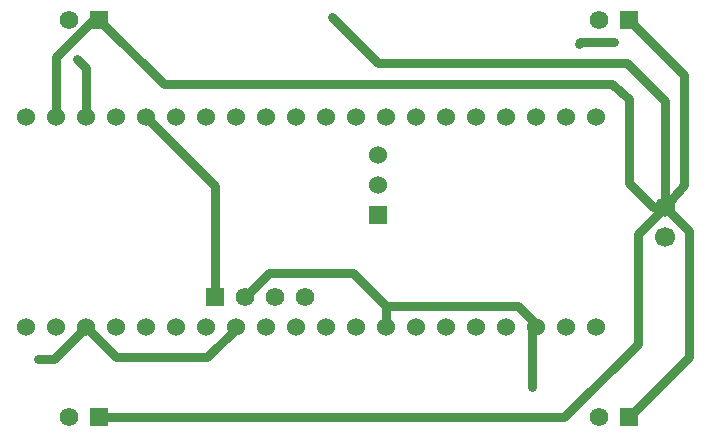
<source format=gbl>
G04 Layer: BottomLayer*
G04 EasyEDA v6.5.34, 2023-08-13 08:00:09*
G04 3ef975804e8146baa9bbefacfd0b45dc,794d3a8cdbfe417db23b3599569a6dff,10*
G04 Gerber Generator version 0.2*
G04 Scale: 100 percent, Rotated: No, Reflected: No *
G04 Dimensions in millimeters *
G04 leading zeros omitted , absolute positions ,4 integer and 5 decimal *
%FSLAX45Y45*%
%MOMM*%

%ADD10C,0.8000*%
%ADD11C,1.5240*%
%ADD12R,1.5240X1.5240*%
%ADD13C,1.7000*%
%ADD14R,1.5748X1.5748*%
%ADD15C,1.5748*%
%ADD16C,0.6200*%

%LPD*%
D10*
X4553204Y-3422395D02*
G01*
X4553204Y-2952495D01*
X4584700Y-2921000D01*
X4948504Y-520700D02*
G01*
X4961204Y-508000D01*
X5245100Y-508000D01*
X774700Y-2921000D02*
G01*
X1028700Y-3175000D01*
X1803400Y-3175000D01*
X2044700Y-2933700D01*
X2044700Y-2921000D01*
X1282700Y-1143000D02*
G01*
X1866900Y-1727200D01*
X1866900Y-2667000D01*
X368300Y-3187700D02*
G01*
X508000Y-3187700D01*
X774700Y-2921000D01*
X5372100Y-3683000D02*
G01*
X5880100Y-3175000D01*
X5880100Y-2108200D01*
X5676900Y-1905000D01*
X3314700Y-2743200D02*
G01*
X4432300Y-2743200D01*
X4584700Y-2895600D01*
X4584700Y-2921000D01*
X2120900Y-2667000D02*
G01*
X2324100Y-2463800D01*
X3035300Y-2463800D01*
X3314700Y-2743200D01*
X3314700Y-2921000D01*
X698500Y-647700D02*
G01*
X774700Y-723900D01*
X774700Y-1143000D01*
X520700Y-1143000D02*
G01*
X520700Y-635000D01*
X838200Y-317500D01*
X889000Y-317500D01*
X2857500Y-292100D02*
G01*
X3251200Y-685800D01*
X5359400Y-685800D01*
X5676900Y-1003300D01*
X5676900Y-1905000D01*
X889000Y-3683000D02*
G01*
X4826000Y-3683000D01*
X5448300Y-3060700D01*
X5448300Y-2133600D01*
X5676900Y-1905000D01*
X889000Y-317500D02*
G01*
X1435100Y-863600D01*
X5232400Y-863600D01*
X5372100Y-990600D01*
X5372100Y-1701800D01*
X5575300Y-1905000D01*
X5676900Y-1905000D01*
X5372100Y-317500D02*
G01*
X5842000Y-787400D01*
X5842000Y-1714500D01*
X5676900Y-1905000D01*
D11*
G01*
X5092700Y-1143000D03*
G01*
X4838700Y-1143000D03*
G01*
X4584700Y-1143000D03*
G01*
X4330700Y-1143000D03*
G01*
X4076700Y-1143000D03*
G01*
X3822700Y-1143000D03*
G01*
X3568700Y-1143000D03*
G01*
X3314700Y-1143000D03*
G01*
X3060700Y-1143000D03*
G01*
X2806700Y-1143000D03*
G01*
X2552700Y-1143000D03*
G01*
X2298700Y-1143000D03*
G01*
X2044700Y-1143000D03*
G01*
X1790700Y-1143000D03*
G01*
X1536700Y-1143000D03*
G01*
X1282700Y-1143000D03*
G01*
X1028700Y-1143000D03*
G01*
X774700Y-1143000D03*
G01*
X520700Y-1143000D03*
G01*
X266700Y-1143000D03*
G01*
X5092700Y-2921000D03*
G01*
X4838700Y-2921000D03*
G01*
X4584700Y-2921000D03*
G01*
X4330700Y-2921000D03*
G01*
X4076700Y-2921000D03*
G01*
X3822700Y-2921000D03*
G01*
X3568700Y-2921000D03*
G01*
X3314700Y-2921000D03*
G01*
X3060700Y-2921000D03*
G01*
X2806700Y-2921000D03*
G01*
X2552700Y-2921000D03*
G01*
X2298700Y-2921000D03*
G01*
X2044700Y-2921000D03*
G01*
X1790700Y-2921000D03*
G01*
X1536700Y-2921000D03*
G01*
X1282700Y-2921000D03*
G01*
X1028700Y-2921000D03*
G01*
X774700Y-2921000D03*
G01*
X520700Y-2921000D03*
G01*
X266700Y-2921000D03*
G01*
X3249701Y-1719605D03*
G01*
X3249701Y-1465605D03*
D12*
G01*
X3249701Y-1973605D03*
D13*
G01*
X5676900Y-1905000D03*
G01*
X5676900Y-2159000D03*
D14*
G01*
X1866900Y-2667000D03*
D15*
G01*
X2120900Y-2667000D03*
G01*
X2374900Y-2667000D03*
G01*
X2628900Y-2667000D03*
D14*
G01*
X5372100Y-3683000D03*
D15*
G01*
X5118100Y-3683000D03*
D14*
G01*
X889000Y-3683000D03*
D15*
G01*
X635000Y-3683000D03*
D14*
G01*
X889000Y-317500D03*
D15*
G01*
X635000Y-317500D03*
D14*
G01*
X5372100Y-317500D03*
D15*
G01*
X5118100Y-317500D03*
D16*
G01*
X4948504Y-520700D03*
G01*
X5245100Y-508000D03*
G01*
X368300Y-3187700D03*
G01*
X698500Y-647700D03*
G01*
X2857500Y-292100D03*
G01*
X4553204Y-3422395D03*
M02*

</source>
